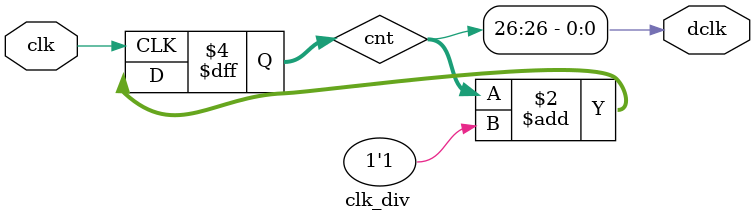
<source format=v>
/**
  in order to test the ability of mem, we just monotonically 
  increment addr. Do write and read periodically. 
*/
module delayed_fetch_test(
  input wire clk, 
  output wire rw_sig, 
  output wire[7:0] dread // output data read 
); 
	wire dclk; 
  reg rw; // 1 for read, 0 for write 
  reg[16:0] addr; 
  reg[7:0] dw; 
  reg rst; // define reset signal to synchronize starting up. 
  assign rw_sig = rw; 

  clk_div clk_div0(clk, dclk); 
  ram ram0(.clk_in(dclk), 
           .en_in(1'b1), 
           .r_nw_in(wr), 
           .a_in(addr), 
           .d_in(dw), 
           .d_out(dread)); 
  
  // test whether we can get data by writing for one cycle. 
  // read and write repeatedly to adjcent mem addr. 
  initial begin 
    addr <= 17'b0; 
    dw <= 8'b0001; 
    rw <= 1'b0; // write first 
    rst <= 1'b1; 
  end 

  always @ (posedge dclk) begin 
    if (rst == 1'b1) begin 
      rst <= 1'b0; 
    end else begin 
      if (rw == 1'b0) begin 
        // after write, we read. 
        rw <= 1'b1; 
      end else begin 
        // increment and write 
        rw <= 1'b0; 
        addr <= addr + 1'b1; 
        dw <= dw + 1'b1; 
      end 
    end 
  end 
endmodule 

module clk_div(
  input wire clk, 
  output wire dclk 
); 
  reg[26:0] cnt; initial cnt <= 26'b0; 

  always @ (posedge clk) begin 
    cnt <= cnt + 1'b1; 
  end
  assign dclk = cnt[26];  
endmodule 
</source>
